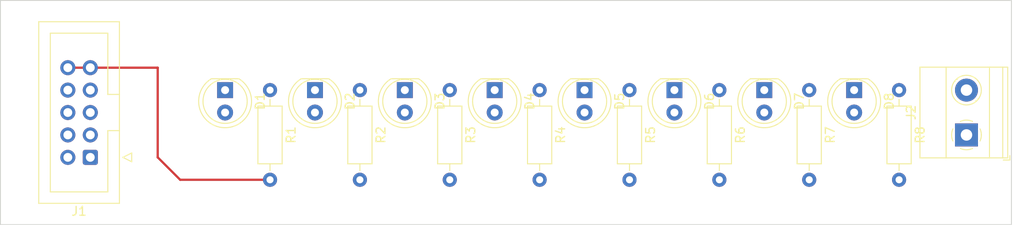
<source format=kicad_pcb>
(kicad_pcb (version 20221018) (generator pcbnew)
  (layers (0 "F.Cu" signal) (31 "B.Cu" signal) (34 "B.Paste" user) (35 "F.Paste" user) (36 "B.SilkS" user "B.Silkscreen") (37 "F.SilkS" user "F.Silkscreen") (38 "B.Mask" user) (39 "F.Mask" user) (44 "Edge.Cuts" user))
  (net 0 "")
  (net 1 "A1")
  (net 2 "A2")
  (net 3 "A3")
  (net 4 "A4")
  (net 5 "A5")
  (net 6 "A6")
  (net 7 "A7")
  (net 8 "A8")
  (net 9 "GND")
  (net 10 "Net-(D1-K)")
  (net 11 "Net-(D2-K)")
  (net 12 "Net-(D3-K)")
  (net 13 "Net-(D4-K)")
  (net 14 "Net-(D5-K)")
  (net 15 "Net-(D6-K)")
  (net 16 "Net-(D7-K)")
  (net 17 "Net-(D8-K)")
  (footprint "LED_THT:LED_D5.0mm" (layer "F.Cu") (at 71.12 45.72 -90)
    (fp_text reference "D1" (at 1.27 -3.96 90) (layer "F.SilkS"))
    (fp_text value "LED")
    (fp_line (start -1.29 -1.545) (end -1.29 1.545) (stroke (width 0.12)) (layer "F.SilkS"))
    (fp_arc (start -1.29 -1.54483) (mid 2.072002 -2.880433) (end 4.26 0.000462) (stroke (width 0.12)) (layer "F.SilkS"))
    (fp_arc (start 4.26 -0.000462) (mid 2.072002 2.880433) (end -1.29 1.54483) (stroke (width 0.12)) (layer "F.SilkS"))
    (fp_circle (center 1.27 0) (end 3.77 0) (stroke (width 0.12)) (fill none) (layer "F.SilkS"))
    (pad "1" thru_hole rect (at 0 0 270) (size 1.8 1.8) (drill 0.9) (layers "*.Cu" "*.Mask") (net 10 "Net-(D1-K)"))
    (pad "2" thru_hole circle (at 2.54 0 270) (size 1.8 1.8) (drill 0.9) (layers "*.Cu" "*.Mask") (net 1 "A1"))
  )
  (footprint "Resistor_THT:R_Axial_DIN0207_L6.3mm_D2.5mm_P10.16mm_Horizontal" (layer "F.Cu") (at 86.36 45.72 -90)
    (fp_text reference "R2" (at 5.08 -2.37 90) (layer "F.SilkS"))
    (fp_text value "6k8")
    (fp_line (start 1.04 0) (end 1.81 0) (stroke (width 0.12)) (layer "F.SilkS"))
    (fp_line (start 1.81 -1.37) (end 1.81 1.37) (stroke (width 0.12)) (layer "F.SilkS"))
    (fp_line (start 1.81 1.37) (end 8.35 1.37) (stroke (width 0.12)) (layer "F.SilkS"))
    (fp_line (start 8.35 -1.37) (end 1.81 -1.37) (stroke (width 0.12)) (layer "F.SilkS"))
    (fp_line (start 8.35 1.37) (end 8.35 -1.37) (stroke (width 0.12)) (layer "F.SilkS"))
    (fp_line (start 9.12 0) (end 8.35 0) (stroke (width 0.12)) (layer "F.SilkS"))
    (pad "1" thru_hole circle (at 0 0 270) (size 1.6 1.6) (drill 0.8) (layers "*.Cu" "*.Mask") (net 11 "Net-(D2-K)"))
    (pad "2" thru_hole oval (at 10.16 0 270) (size 1.6 1.6) (drill 0.8) (layers "*.Cu" "*.Mask") (net 9 "GND"))
  )
  (footprint "LED_THT:LED_D5.0mm" (layer "F.Cu") (at 142.24 45.72 -90)
    (fp_text reference "D8" (at 1.27 -3.96 90) (layer "F.SilkS"))
    (fp_text value "LED")
    (fp_line (start -1.29 -1.545) (end -1.29 1.545) (stroke (width 0.12)) (layer "F.SilkS"))
    (fp_arc (start -1.29 -1.54483) (mid 2.072002 -2.880433) (end 4.26 0.000462) (stroke (width 0.12)) (layer "F.SilkS"))
    (fp_arc (start 4.26 -0.000462) (mid 2.072002 2.880433) (end -1.29 1.54483) (stroke (width 0.12)) (layer "F.SilkS"))
    (fp_circle (center 1.27 0) (end 3.77 0) (stroke (width 0.12)) (fill none) (layer "F.SilkS"))
    (pad "1" thru_hole rect (at 0 0 270) (size 1.8 1.8) (drill 0.9) (layers "*.Cu" "*.Mask") (net 17 "Net-(D8-K)"))
    (pad "2" thru_hole circle (at 2.54 0 270) (size 1.8 1.8) (drill 0.9) (layers "*.Cu" "*.Mask") (net 8 "A8"))
  )
  (footprint "LED_THT:LED_D5.0mm" (layer "F.Cu") (at 111.76 45.72 -90)
    (fp_text reference "D5" (at 1.27 -3.96 90) (layer "F.SilkS"))
    (fp_text value "LED")
    (fp_line (start -1.29 -1.545) (end -1.29 1.545) (stroke (width 0.12)) (layer "F.SilkS"))
    (fp_arc (start -1.29 -1.54483) (mid 2.072002 -2.880433) (end 4.26 0.000462) (stroke (width 0.12)) (layer "F.SilkS"))
    (fp_arc (start 4.26 -0.000462) (mid 2.072002 2.880433) (end -1.29 1.54483) (stroke (width 0.12)) (layer "F.SilkS"))
    (fp_circle (center 1.27 0) (end 3.77 0) (stroke (width 0.12)) (fill none) (layer "F.SilkS"))
    (pad "1" thru_hole rect (at 0 0 270) (size 1.8 1.8) (drill 0.9) (layers "*.Cu" "*.Mask") (net 14 "Net-(D5-K)"))
    (pad "2" thru_hole circle (at 2.54 0 270) (size 1.8 1.8) (drill 0.9) (layers "*.Cu" "*.Mask") (net 5 "A5"))
  )
  (footprint "LED_THT:LED_D5.0mm" (layer "F.Cu") (at 101.6 45.72 -90)
    (fp_text reference "D4" (at 1.27 -3.96 90) (layer "F.SilkS"))
    (fp_text value "LED")
    (fp_line (start -1.29 -1.545) (end -1.29 1.545) (stroke (width 0.12)) (layer "F.SilkS"))
    (fp_arc (start -1.29 -1.54483) (mid 2.072002 -2.880433) (end 4.26 0.000462) (stroke (width 0.12)) (layer "F.SilkS"))
    (fp_arc (start 4.26 -0.000462) (mid 2.072002 2.880433) (end -1.29 1.54483) (stroke (width 0.12)) (layer "F.SilkS"))
    (fp_circle (center 1.27 0) (end 3.77 0) (stroke (width 0.12)) (fill none) (layer "F.SilkS"))
    (pad "1" thru_hole rect (at 0 0 270) (size 1.8 1.8) (drill 0.9) (layers "*.Cu" "*.Mask") (net 13 "Net-(D4-K)"))
    (pad "2" thru_hole circle (at 2.54 0 270) (size 1.8 1.8) (drill 0.9) (layers "*.Cu" "*.Mask") (net 4 "A4"))
  )
  (footprint "Resistor_THT:R_Axial_DIN0207_L6.3mm_D2.5mm_P10.16mm_Horizontal" (layer "F.Cu") (at 147.32 45.72 -90)
    (fp_text reference "R8" (at 5.08 -2.37 90) (layer "F.SilkS"))
    (fp_text value "6k8")
    (fp_line (start 1.04 0) (end 1.81 0) (stroke (width 0.12)) (layer "F.SilkS"))
    (fp_line (start 1.81 -1.37) (end 1.81 1.37) (stroke (width 0.12)) (layer "F.SilkS"))
    (fp_line (start 1.81 1.37) (end 8.35 1.37) (stroke (width 0.12)) (layer "F.SilkS"))
    (fp_line (start 8.35 -1.37) (end 1.81 -1.37) (stroke (width 0.12)) (layer "F.SilkS"))
    (fp_line (start 8.35 1.37) (end 8.35 -1.37) (stroke (width 0.12)) (layer "F.SilkS"))
    (fp_line (start 9.12 0) (end 8.35 0) (stroke (width 0.12)) (layer "F.SilkS"))
    (pad "1" thru_hole circle (at 0 0 270) (size 1.6 1.6) (drill 0.8) (layers "*.Cu" "*.Mask") (net 17 "Net-(D8-K)"))
    (pad "2" thru_hole oval (at 10.16 0 270) (size 1.6 1.6) (drill 0.8) (layers "*.Cu" "*.Mask") (net 9 "GND"))
  )
  (footprint "LED_THT:LED_D5.0mm" (layer "F.Cu") (at 121.92 45.72 -90)
    (fp_text reference "D6" (at 1.27 -3.96 90) (layer "F.SilkS"))
    (fp_text value "LED")
    (fp_line (start -1.29 -1.545) (end -1.29 1.545) (stroke (width 0.12)) (layer "F.SilkS"))
    (fp_arc (start -1.29 -1.54483) (mid 2.072002 -2.880433) (end 4.26 0.000462) (stroke (width 0.12)) (layer "F.SilkS"))
    (fp_arc (start 4.26 -0.000462) (mid 2.072002 2.880433) (end -1.29 1.54483) (stroke (width 0.12)) (layer "F.SilkS"))
    (fp_circle (center 1.27 0) (end 3.77 0) (stroke (width 0.12)) (fill none) (layer "F.SilkS"))
    (pad "1" thru_hole rect (at 0 0 270) (size 1.8 1.8) (drill 0.9) (layers "*.Cu" "*.Mask") (net 15 "Net-(D6-K)"))
    (pad "2" thru_hole circle (at 2.54 0 270) (size 1.8 1.8) (drill 0.9) (layers "*.Cu" "*.Mask") (net 6 "A6"))
  )
  (footprint "LED_THT:LED_D5.0mm" (layer "F.Cu") (at 132.08 45.72 -90)
    (fp_text reference "D7" (at 1.27 -3.96 90) (layer "F.SilkS"))
    (fp_text value "LED")
    (fp_line (start -1.29 -1.545) (end -1.29 1.545) (stroke (width 0.12)) (layer "F.SilkS"))
    (fp_arc (start -1.29 -1.54483) (mid 2.072002 -2.880433) (end 4.26 0.000462) (stroke (width 0.12)) (layer "F.SilkS"))
    (fp_arc (start 4.26 -0.000462) (mid 2.072002 2.880433) (end -1.29 1.54483) (stroke (width 0.12)) (layer "F.SilkS"))
    (fp_circle (center 1.27 0) (end 3.77 0) (stroke (width 0.12)) (fill none) (layer "F.SilkS"))
    (pad "1" thru_hole rect (at 0 0 270) (size 1.8 1.8) (drill 0.9) (layers "*.Cu" "*.Mask") (net 16 "Net-(D7-K)"))
    (pad "2" thru_hole circle (at 2.54 0 270) (size 1.8 1.8) (drill 0.9) (layers "*.Cu" "*.Mask") (net 7 "A7"))
  )
  (footprint "Resistor_THT:R_Axial_DIN0207_L6.3mm_D2.5mm_P10.16mm_Horizontal" (layer "F.Cu") (at 96.52 45.72 -90)
    (fp_text reference "R3" (at 5.08 -2.37 90) (layer "F.SilkS"))
    (fp_text value "6k8")
    (fp_line (start 1.04 0) (end 1.81 0) (stroke (width 0.12)) (layer "F.SilkS"))
    (fp_line (start 1.81 -1.37) (end 1.81 1.37) (stroke (width 0.12)) (layer "F.SilkS"))
    (fp_line (start 1.81 1.37) (end 8.35 1.37) (stroke (width 0.12)) (layer "F.SilkS"))
    (fp_line (start 8.35 -1.37) (end 1.81 -1.37) (stroke (width 0.12)) (layer "F.SilkS"))
    (fp_line (start 8.35 1.37) (end 8.35 -1.37) (stroke (width 0.12)) (layer "F.SilkS"))
    (fp_line (start 9.12 0) (end 8.35 0) (stroke (width 0.12)) (layer "F.SilkS"))
    (pad "1" thru_hole circle (at 0 0 270) (size 1.6 1.6) (drill 0.8) (layers "*.Cu" "*.Mask") (net 12 "Net-(D3-K)"))
    (pad "2" thru_hole oval (at 10.16 0 270) (size 1.6 1.6) (drill 0.8) (layers "*.Cu" "*.Mask") (net 9 "GND"))
  )
  (footprint "Resistor_THT:R_Axial_DIN0207_L6.3mm_D2.5mm_P10.16mm_Horizontal" (layer "F.Cu") (at 116.84 45.72 -90)
    (fp_text reference "R5" (at 5.08 -2.37 90) (layer "F.SilkS"))
    (fp_text value "6k8")
    (fp_line (start 1.04 0) (end 1.81 0) (stroke (width 0.12)) (layer "F.SilkS"))
    (fp_line (start 1.81 -1.37) (end 1.81 1.37) (stroke (width 0.12)) (layer "F.SilkS"))
    (fp_line (start 1.81 1.37) (end 8.35 1.37) (stroke (width 0.12)) (layer "F.SilkS"))
    (fp_line (start 8.35 -1.37) (end 1.81 -1.37) (stroke (width 0.12)) (layer "F.SilkS"))
    (fp_line (start 8.35 1.37) (end 8.35 -1.37) (stroke (width 0.12)) (layer "F.SilkS"))
    (fp_line (start 9.12 0) (end 8.35 0) (stroke (width 0.12)) (layer "F.SilkS"))
    (pad "1" thru_hole circle (at 0 0 270) (size 1.6 1.6) (drill 0.8) (layers "*.Cu" "*.Mask") (net 14 "Net-(D5-K)"))
    (pad "2" thru_hole oval (at 10.16 0 270) (size 1.6 1.6) (drill 0.8) (layers "*.Cu" "*.Mask") (net 9 "GND"))
  )
  (footprint "Resistor_THT:R_Axial_DIN0207_L6.3mm_D2.5mm_P10.16mm_Horizontal" (layer "F.Cu") (at 127 45.72 -90)
    (fp_text reference "R6" (at 5.08 -2.37 90) (layer "F.SilkS"))
    (fp_text value "6k8")
    (fp_line (start 1.04 0) (end 1.81 0) (stroke (width 0.12)) (layer "F.SilkS"))
    (fp_line (start 1.81 -1.37) (end 1.81 1.37) (stroke (width 0.12)) (layer "F.SilkS"))
    (fp_line (start 1.81 1.37) (end 8.35 1.37) (stroke (width 0.12)) (layer "F.SilkS"))
    (fp_line (start 8.35 -1.37) (end 1.81 -1.37) (stroke (width 0.12)) (layer "F.SilkS"))
    (fp_line (start 8.35 1.37) (end 8.35 -1.37) (stroke (width 0.12)) (layer "F.SilkS"))
    (fp_line (start 9.12 0) (end 8.35 0) (stroke (width 0.12)) (layer "F.SilkS"))
    (pad "1" thru_hole circle (at 0 0 270) (size 1.6 1.6) (drill 0.8) (layers "*.Cu" "*.Mask") (net 15 "Net-(D6-K)"))
    (pad "2" thru_hole oval (at 10.16 0 270) (size 1.6 1.6) (drill 0.8) (layers "*.Cu" "*.Mask") (net 9 "GND"))
  )
  (footprint "LED_THT:LED_D5.0mm" (layer "F.Cu") (at 91.44 45.72 -90)
    (fp_text reference "D3" (at 1.27 -3.96 90) (layer "F.SilkS"))
    (fp_text value "LED")
    (fp_line (start -1.29 -1.545) (end -1.29 1.545) (stroke (width 0.12)) (layer "F.SilkS"))
    (fp_arc (start -1.29 -1.54483) (mid 2.072002 -2.880433) (end 4.26 0.000462) (stroke (width 0.12)) (layer "F.SilkS"))
    (fp_arc (start 4.26 -0.000462) (mid 2.072002 2.880433) (end -1.29 1.54483) (stroke (width 0.12)) (layer "F.SilkS"))
    (fp_circle (center 1.27 0) (end 3.77 0) (stroke (width 0.12)) (fill none) (layer "F.SilkS"))
    (pad "1" thru_hole rect (at 0 0 270) (size 1.8 1.8) (drill 0.9) (layers "*.Cu" "*.Mask") (net 12 "Net-(D3-K)"))
    (pad "2" thru_hole circle (at 2.54 0 270) (size 1.8 1.8) (drill 0.9) (layers "*.Cu" "*.Mask") (net 3 "A3"))
  )
  (footprint "LED_THT:LED_D5.0mm" (layer "F.Cu") (at 81.28 45.72 -90)
    (fp_text reference "D2" (at 1.27 -3.96 90) (layer "F.SilkS"))
    (fp_text value "LED")
    (fp_line (start -1.29 -1.545) (end -1.29 1.545) (stroke (width 0.12)) (layer "F.SilkS"))
    (fp_arc (start -1.29 -1.54483) (mid 2.072002 -2.880433) (end 4.26 0.000462) (stroke (width 0.12)) (layer "F.SilkS"))
    (fp_arc (start 4.26 -0.000462) (mid 2.072002 2.880433) (end -1.29 1.54483) (stroke (width 0.12)) (layer "F.SilkS"))
    (fp_circle (center 1.27 0) (end 3.77 0) (stroke (width 0.12)) (fill none) (layer "F.SilkS"))
    (pad "1" thru_hole rect (at 0 0 270) (size 1.8 1.8) (drill 0.9) (layers "*.Cu" "*.Mask") (net 11 "Net-(D2-K)"))
    (pad "2" thru_hole circle (at 2.54 0 270) (size 1.8 1.8) (drill 0.9) (layers "*.Cu" "*.Mask") (net 2 "A2"))
  )
  (footprint "Connector_IDC:IDC-Header_2x05_P2.54mm_Vertical" (layer "F.Cu") (at 55.88 53.34 180)
    (fp_text reference "J1" (at 1.27 -6.1) (layer "F.SilkS"))
    (fp_text value "Conn_02x05_Odd_Even")
    (fp_line (start -4.68 -0.5) (end -4.68 0.5) (stroke (width 0.12)) (layer "F.SilkS"))
    (fp_line (start -4.68 0.5) (end -3.68 0) (stroke (width 0.12)) (layer "F.SilkS"))
    (fp_line (start -3.68 0) (end -4.68 -0.5) (stroke (width 0.12)) (layer "F.SilkS"))
    (fp_line (start -3.29 -5.21) (end 5.83 -5.21) (stroke (width 0.12)) (layer "F.SilkS"))
    (fp_line (start -3.29 3.03) (end -1.98 3.03) (stroke (width 0.12)) (layer "F.SilkS"))
    (fp_line (start -3.29 15.37) (end -3.29 -5.21) (stroke (width 0.12)) (layer "F.SilkS"))
    (fp_line (start -1.98 -3.91) (end 4.52 -3.91) (stroke (width 0.12)) (layer "F.SilkS"))
    (fp_line (start -1.98 3.03) (end -1.98 -3.91) (stroke (width 0.12)) (layer "F.SilkS"))
    (fp_line (start -1.98 7.13) (end -3.29 7.13) (stroke (width 0.12)) (layer "F.SilkS"))
    (fp_line (start -1.98 7.13) (end -1.98 7.13) (stroke (width 0.12)) (layer "F.SilkS"))
    (fp_line (start -1.98 14.07) (end -1.98 7.13) (stroke (width 0.12)) (layer "F.SilkS"))
    (fp_line (start 4.52 -3.91) (end 4.52 14.07) (stroke (width 0.12)) (layer "F.SilkS"))
    (fp_line (start 4.52 14.07) (end -1.98 14.07) (stroke (width 0.12)) (layer "F.SilkS"))
    (fp_line (start 5.83 -5.21) (end 5.83 15.37) (stroke (width 0.12)) (layer "F.SilkS"))
    (fp_line (start 5.83 15.37) (end -3.29 15.37) (stroke (width 0.12)) (layer "F.SilkS"))
    (pad "1" thru_hole roundrect (at 0 0 180) (size 1.7 1.7) (drill 1) (layers "*.Cu" "*.Mask") (roundrect_rratio 0.147059) (net 1 "A1"))
    (pad "2" thru_hole circle (at 2.54 0 180) (size 1.7 1.7) (drill 1) (layers "*.Cu" "*.Mask") (net 2 "A2"))
    (pad "3" thru_hole circle (at 0 2.54 180) (size 1.7 1.7) (drill 1) (layers "*.Cu" "*.Mask") (net 3 "A3"))
    (pad "4" thru_hole circle (at 2.54 2.54 180) (size 1.7 1.7) (drill 1) (layers "*.Cu" "*.Mask") (net 4 "A4"))
    (pad "5" thru_hole circle (at 0 5.08 180) (size 1.7 1.7) (drill 1) (layers "*.Cu" "*.Mask") (net 5 "A5"))
    (pad "6" thru_hole circle (at 2.54 5.08 180) (size 1.7 1.7) (drill 1) (layers "*.Cu" "*.Mask") (net 6 "A6"))
    (pad "7" thru_hole circle (at 0 7.62 180) (size 1.7 1.7) (drill 1) (layers "*.Cu" "*.Mask") (net 7 "A7"))
    (pad "8" thru_hole circle (at 2.54 7.62 180) (size 1.7 1.7) (drill 1) (layers "*.Cu" "*.Mask") (net 8 "A8"))
    (pad "9" thru_hole circle (at 0 10.16 180) (size 1.7 1.7) (drill 1) (layers "*.Cu" "*.Mask") (net 9 "GND"))
    (pad "10" thru_hole circle (at 2.54 10.16 180) (size 1.7 1.7) (drill 1) (layers "*.Cu" "*.Mask") (net 9 "GND"))
  )
  (footprint "Resistor_THT:R_Axial_DIN0207_L6.3mm_D2.5mm_P10.16mm_Horizontal" (layer "F.Cu") (at 106.68 45.72 -90)
    (fp_text reference "R4" (at 5.08 -2.37 90) (layer "F.SilkS"))
    (fp_text value "6k8")
    (fp_line (start 1.04 0) (end 1.81 0) (stroke (width 0.12)) (layer "F.SilkS"))
    (fp_line (start 1.81 -1.37) (end 1.81 1.37) (stroke (width 0.12)) (layer "F.SilkS"))
    (fp_line (start 1.81 1.37) (end 8.35 1.37) (stroke (width 0.12)) (layer "F.SilkS"))
    (fp_line (start 8.35 -1.37) (end 1.81 -1.37) (stroke (width 0.12)) (layer "F.SilkS"))
    (fp_line (start 8.35 1.37) (end 8.35 -1.37) (stroke (width 0.12)) (layer "F.SilkS"))
    (fp_line (start 9.12 0) (end 8.35 0) (stroke (width 0.12)) (layer "F.SilkS"))
    (pad "1" thru_hole circle (at 0 0 270) (size 1.6 1.6) (drill 0.8) (layers "*.Cu" "*.Mask") (net 13 "Net-(D4-K)"))
    (pad "2" thru_hole oval (at 10.16 0 270) (size 1.6 1.6) (drill 0.8) (layers "*.Cu" "*.Mask") (net 9 "GND"))
  )
  (footprint "Resistor_THT:R_Axial_DIN0207_L6.3mm_D2.5mm_P10.16mm_Horizontal" (layer "F.Cu") (at 137.16 45.72 -90)
    (fp_text reference "R7" (at 5.08 -2.37 90) (layer "F.SilkS"))
    (fp_text value "6k8")
    (fp_line (start 1.04 0) (end 1.81 0) (stroke (width 0.12)) (layer "F.SilkS"))
    (fp_line (start 1.81 -1.37) (end 1.81 1.37) (stroke (width 0.12)) (layer "F.SilkS"))
    (fp_line (start 1.81 1.37) (end 8.35 1.37) (stroke (width 0.12)) (layer "F.SilkS"))
    (fp_line (start 8.35 -1.37) (end 1.81 -1.37) (stroke (width 0.12)) (layer "F.SilkS"))
    (fp_line (start 8.35 1.37) (end 8.35 -1.37) (stroke (width 0.12)) (layer "F.SilkS"))
    (fp_line (start 9.12 0) (end 8.35 0) (stroke (width 0.12)) (layer "F.SilkS"))
    (pad "1" thru_hole circle (at 0 0 270) (size 1.6 1.6) (drill 0.8) (layers "*.Cu" "*.Mask") (net 16 "Net-(D7-K)"))
    (pad "2" thru_hole oval (at 10.16 0 270) (size 1.6 1.6) (drill 0.8) (layers "*.Cu" "*.Mask") (net 9 "GND"))
  )
  (footprint "TerminalBlock_Phoenix:TerminalBlock_Phoenix_MKDS-1,5-2-5.08_1x02_P5.08mm_Horizontal" (layer "F.Cu") (at 154.94 50.8 90)
    (fp_text reference "J2" (at 2.54 -6.26 90) (layer "F.SilkS"))
    (fp_text value "Conn_01x02")
    (fp_line (start -2.84 4.16) (end -2.84 4.9) (stroke (width 0.12)) (layer "F.SilkS"))
    (fp_line (start -2.84 4.9) (end -2.34 4.9) (stroke (width 0.12)) (layer "F.SilkS"))
    (fp_line (start -2.6 -5.261) (end -2.6 4.66) (stroke (width 0.12)) (layer "F.SilkS"))
    (fp_line (start -2.6 -5.261) (end 7.68 -5.261) (stroke (width 0.12)) (layer "F.SilkS"))
    (fp_line (start -2.6 -2.301) (end 7.68 -2.301) (stroke (width 0.12)) (layer "F.SilkS"))
    (fp_line (start -2.6 2.6) (end 7.68 2.6) (stroke (width 0.12)) (layer "F.SilkS"))
    (fp_line (start -2.6 4.1) (end 7.68 4.1) (stroke (width 0.12)) (layer "F.SilkS"))
    (fp_line (start -2.6 4.66) (end 7.68 4.66) (stroke (width 0.12)) (layer "F.SilkS"))
    (fp_line (start 3.853 1.023) (end 3.806 1.069) (stroke (width 0.12)) (layer "F.SilkS"))
    (fp_line (start 4.046 1.239) (end 4.011 1.274) (stroke (width 0.12)) (layer "F.SilkS"))
    (fp_line (start 6.15 -1.275) (end 6.115 -1.239) (stroke (width 0.12)) (layer "F.SilkS"))
    (fp_line (start 6.355 -1.069) (end 6.308 -1.023) (stroke (width 0.12)) (layer "F.SilkS"))
    (fp_line (start 7.68 -5.261) (end 7.68 4.66) (stroke (width 0.12)) (layer "F.SilkS"))
    (fp_arc (start -1.535427 0.683042) (mid -1.680501 -0.000524) (end -1.535 -0.684) (stroke (width 0.12)) (layer "F.SilkS"))
    (fp_arc (start -0.683042 -1.535427) (mid 0.000524 -1.680501) (end 0.684 -1.535) (stroke (width 0.12)) (layer "F.SilkS"))
    (fp_arc (start 0.028805 1.680253) (mid -0.335551 1.646659) (end -0.684 1.535) (stroke (width 0.12)) (layer "F.SilkS"))
    (fp_arc (start 0.683318 1.534756) (mid 0.349292 1.643288) (end 0 1.68) (stroke (width 0.12)) (layer "F.SilkS"))
    (fp_arc (start 1.535427 -0.683042) (mid 1.680501 0.000524) (end 1.535 0.684) (stroke (width 0.12)) (layer "F.SilkS"))
    (fp_circle (center 5.08 0) (end 6.76 0) (stroke (width 0.12)) (fill none) (layer "F.SilkS"))
    (pad "1" thru_hole rect (at 0 0 90) (size 2.6 2.6) (drill 1.3) (layers "*.Cu" "*.Mask") (net 9 "GND"))
    (pad "2" thru_hole circle (at 5.08 0 90) (size 2.6 2.6) (drill 1.3) (layers "*.Cu" "*.Mask"))
  )
  (footprint "Resistor_THT:R_Axial_DIN0207_L6.3mm_D2.5mm_P10.16mm_Horizontal" (layer "F.Cu") (at 76.2 45.72 -90)
    (fp_text reference "R1" (at 5.08 -2.37 90) (layer "F.SilkS"))
    (fp_text value "6k8")
    (fp_line (start 1.04 0) (end 1.81 0) (stroke (width 0.12)) (layer "F.SilkS"))
    (fp_line (start 1.81 -1.37) (end 1.81 1.37) (stroke (width 0.12)) (layer "F.SilkS"))
    (fp_line (start 1.81 1.37) (end 8.35 1.37) (stroke (width 0.12)) (layer "F.SilkS"))
    (fp_line (start 8.35 -1.37) (end 1.81 -1.37) (stroke (width 0.12)) (layer "F.SilkS"))
    (fp_line (start 8.35 1.37) (end 8.35 -1.37) (stroke (width 0.12)) (layer "F.SilkS"))
    (fp_line (start 9.12 0) (end 8.35 0) (stroke (width 0.12)) (layer "F.SilkS"))
    (pad "1" thru_hole circle (at 0 0 270) (size 1.6 1.6) (drill 0.8) (layers "*.Cu" "*.Mask") (net 10 "Net-(D1-K)"))
    (pad "2" thru_hole oval (at 10.16 0 270) (size 1.6 1.6) (drill 0.8) (layers "*.Cu" "*.Mask") (net 9 "GND"))
  )
  (gr_rect (start 45.72 35.56) (end 160.02 60.96) (stroke (width 0.1)) (fill none) (layer "Edge.Cuts"))
  (segment (start 66.04 55.88) (end 63.5 53.34) (width 0.25) (layer "F.Cu") (net 9))
  (segment (start 63.5 53.34) (end 63.5 43.18) (width 0.25) (layer "F.Cu") (net 9))
  (segment (start 63.5 43.18) (end 55.88 43.18) (width 0.25) (layer "F.Cu") (net 9))
  (segment (start 76.2 55.88) (end 66.04 55.88) (width 0.25) (layer "F.Cu") (net 9))
  (segment (start 55.88 43.18) (end 53.34 43.18) (width 0.25) (layer "F.Cu") (net 9))
)
</source>
